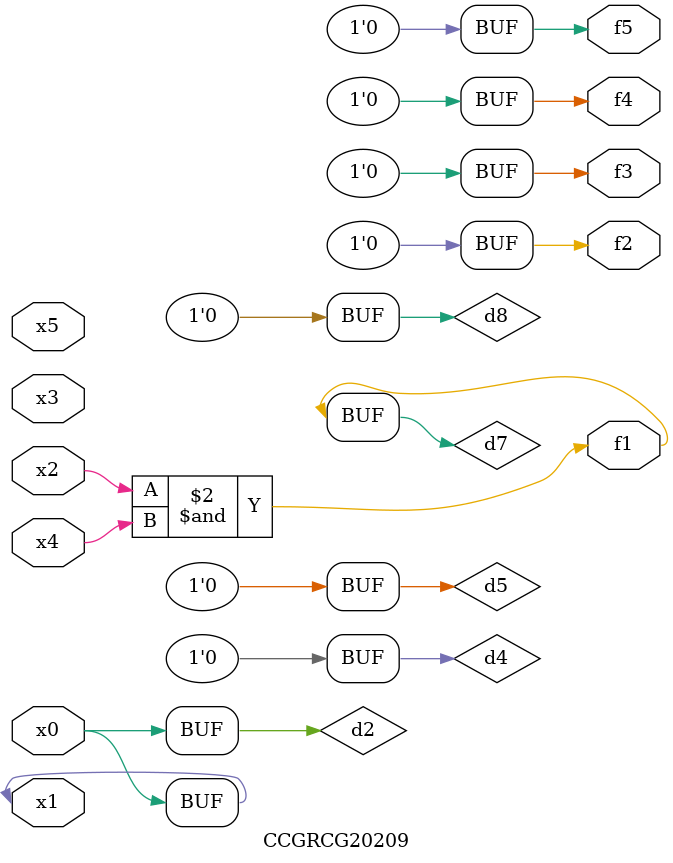
<source format=v>
module CCGRCG20209(
	input x0, x1, x2, x3, x4, x5,
	output f1, f2, f3, f4, f5
);

	wire d1, d2, d3, d4, d5, d6, d7, d8, d9;

	nand (d1, x1);
	buf (d2, x0, x1);
	nand (d3, x2, x4);
	and (d4, d1, d2);
	and (d5, d1, d2);
	nand (d6, d1, d3);
	not (d7, d3);
	xor (d8, d5);
	nor (d9, d5, d6);
	assign f1 = d7;
	assign f2 = d8;
	assign f3 = d8;
	assign f4 = d8;
	assign f5 = d8;
endmodule

</source>
